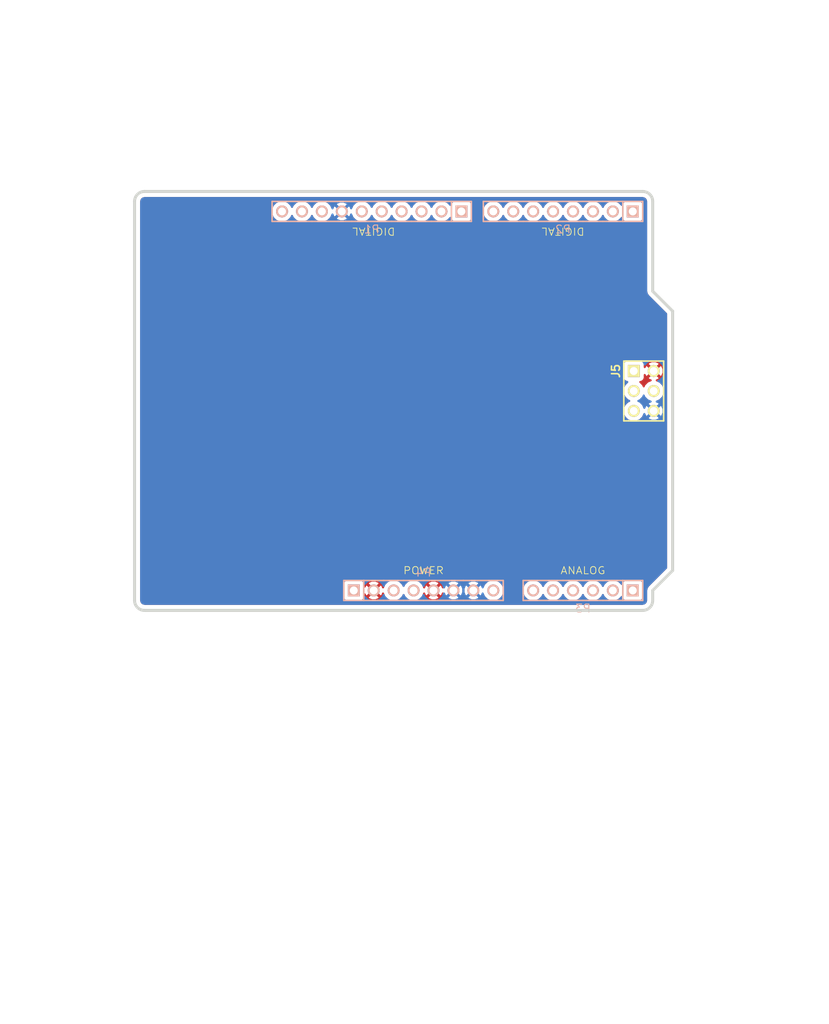
<source format=kicad_pcb>
(kicad_pcb (version 4) (host pcbnew "(after 2015-may-01 BZR unknown)-product")

  (general
    (links 11)
    (no_connects 6)
    (area 80.701968 42.21734 184.712429 170.9928)
    (thickness 1.6002)
    (drawings 28)
    (tracks 0)
    (zones 0)
    (modules 5)
    (nets 28)
  )

  (page A4)
  (title_block
    (date "16 feb 2013")
  )

  (layers
    (0 Front signal)
    (31 Back signal)
    (32 B.Adhes user)
    (33 F.Adhes user)
    (34 B.Paste user)
    (35 F.Paste user)
    (36 B.SilkS user)
    (37 F.SilkS user)
    (38 B.Mask user)
    (39 F.Mask user)
    (40 Dwgs.User user)
    (41 Cmts.User user)
    (42 Eco1.User user)
    (43 Eco2.User user)
    (44 Edge.Cuts user)
  )

  (setup
    (last_trace_width 0.2032)
    (trace_clearance 0.254)
    (zone_clearance 0.508)
    (zone_45_only no)
    (trace_min 0.2032)
    (segment_width 0.381)
    (edge_width 0.381)
    (via_size 0.889)
    (via_drill 0.635)
    (via_min_size 0.889)
    (via_min_drill 0.508)
    (uvia_size 0.508)
    (uvia_drill 0.127)
    (uvias_allowed no)
    (uvia_min_size 0.508)
    (uvia_min_drill 0.127)
    (pcb_text_width 0.3048)
    (pcb_text_size 1.524 2.032)
    (mod_edge_width 0.381)
    (mod_text_size 1.524 1.524)
    (mod_text_width 0.3048)
    (pad_size 1.524 1.524)
    (pad_drill 0.8128)
    (pad_to_mask_clearance 0.254)
    (aux_axis_origin 96.52 119.38)
    (grid_origin 96.52 119.38)
    (visible_elements 7FFFFFFF)
    (pcbplotparams
      (layerselection 0x00030_80000001)
      (usegerberextensions true)
      (excludeedgelayer true)
      (linewidth 0.150000)
      (plotframeref false)
      (viasonmask false)
      (mode 1)
      (useauxorigin false)
      (hpglpennumber 1)
      (hpglpenspeed 20)
      (hpglpendiameter 15)
      (hpglpenoverlay 0)
      (psnegative false)
      (psa4output false)
      (plotreference true)
      (plotvalue true)
      (plotinvisibletext false)
      (padsonsilk false)
      (subtractmaskfromsilk false)
      (outputformat 1)
      (mirror false)
      (drillshape 1)
      (scaleselection 1)
      (outputdirectory ""))
  )

  (net 0 "")
  (net 1 5V)
  (net 2 AD4/SDA)
  (net 3 AD5/SCL)
  (net 4 GND)
  (net 5 IO11/MOSI)
  (net 6 IO12/MISO)
  (net 7 IO13/SCK)
  (net 8 RESET)
  (net 9 IO10/SS)
  (net 10 IO9)
  (net 11 IO8)
  (net 12 AREF)
  (net 13 IO5)
  (net 14 IO3)
  (net 15 IO2)
  (net 16 IO1)
  (net 17 IO0)
  (net 18 IO6)
  (net 19 IO7)
  (net 20 IO4)
  (net 21 AD3)
  (net 22 AD2)
  (net 23 AD1)
  (net 24 AD0)
  (net 25 3.3V)
  (net 26 "Net-(P4-Pad1)")
  (net 27 VIN)

  (net_class Default "This is the default net class."
    (clearance 0.254)
    (trace_width 0.2032)
    (via_dia 0.889)
    (via_drill 0.635)
    (uvia_dia 0.508)
    (uvia_drill 0.127)
    (add_net 3.3V)
    (add_net 5V)
    (add_net AD0)
    (add_net AD1)
    (add_net AD2)
    (add_net AD3)
    (add_net AD4/SDA)
    (add_net AD5/SCL)
    (add_net AREF)
    (add_net GND)
    (add_net IO0)
    (add_net IO1)
    (add_net IO10/SS)
    (add_net IO11/MOSI)
    (add_net IO12/MISO)
    (add_net IO13/SCK)
    (add_net IO2)
    (add_net IO3)
    (add_net IO4)
    (add_net IO5)
    (add_net IO6)
    (add_net IO7)
    (add_net IO8)
    (add_net IO9)
    (add_net "Net-(P4-Pad1)")
    (add_net RESET)
    (add_net VIN)
  )

  (module Header:HEADER_F_100MIL_2R6P_ST_GOLD_PTH locked (layer Front) (tedit 510A1974) (tstamp 556FB6B6)
    (at 161.417 91.44 270)
    (descr "Double rangee de contacts 2 x 4 pins")
    (tags CONN)
    (path /556FBBA8)
    (fp_text reference J5 (at -2.54 3.556 270) (layer F.SilkS)
      (effects (font (size 1.016 1.016) (thickness 0.2032)))
    )
    (fp_text value HEADER_F_2.54MM_2R6P_ST_AU_PTH (at 0 3.81 270) (layer F.SilkS) hide
      (effects (font (size 1.016 1.016) (thickness 0.2032)))
    )
    (fp_line (start 3.81 2.54) (end -3.81 2.54) (layer F.SilkS) (width 0.2032))
    (fp_line (start -3.81 -2.54) (end 3.81 -2.54) (layer F.SilkS) (width 0.2032))
    (fp_line (start 3.81 -2.54) (end 3.81 2.54) (layer F.SilkS) (width 0.2032))
    (fp_line (start -3.81 2.54) (end -3.81 -2.54) (layer F.SilkS) (width 0.2032))
    (pad 1 thru_hole rect (at -2.54 1.27 270) (size 1.524 1.524) (drill 1.016) (layers *.Cu *.Mask F.SilkS)
      (net 6 IO12/MISO))
    (pad 2 thru_hole circle (at -2.54 -1.27 270) (size 1.524 1.524) (drill 1.016) (layers *.Cu *.Mask F.SilkS)
      (net 1 5V))
    (pad 3 thru_hole circle (at 0 1.27 270) (size 1.524 1.524) (drill 1.016) (layers *.Cu *.Mask F.SilkS)
      (net 7 IO13/SCK))
    (pad 4 thru_hole circle (at 0 -1.27 270) (size 1.524 1.524) (drill 1.016) (layers *.Cu *.Mask F.SilkS)
      (net 5 IO11/MOSI))
    (pad 5 thru_hole circle (at 2.54 1.27 270) (size 1.524 1.524) (drill 1.016) (layers *.Cu *.Mask F.SilkS)
      (net 8 RESET))
    (pad 6 thru_hole circle (at 2.54 -1.27 270) (size 1.524 1.524) (drill 1.016) (layers *.Cu *.Mask F.SilkS)
      (net 4 GND))
    (model C:\Engineering\KiCAD_Libraries\3D\Headers\HEADER_F_100MIL_2R6P_ST_GOLD_PTH.wrl
      (at (xyz 0 0 0))
      (scale (xyz 1 1 1))
      (rotate (xyz 0 0 0))
    )
  )

  (module Header:HEADER_M_2.54MM_1R10P_ST_AU_PTH locked (layer Back) (tedit 5483E596) (tstamp 556FB6C4)
    (at 126.746 68.58 180)
    (tags Header)
    (path /556FB6F8)
    (fp_text reference P1 (at 0 -2.286 180) (layer B.SilkS)
      (effects (font (size 1.016 1.016) (thickness 0.127)) (justify mirror))
    )
    (fp_text value HEADER_M_2.54MM_1R10P_ST_AU_PTH (at 0 2.159 180) (layer B.SilkS) hide
      (effects (font (size 1.016 1.016) (thickness 0.127)) (justify mirror))
    )
    (fp_line (start 7.62 -1.27) (end 12.7 -1.27) (layer B.SilkS) (width 0.2032))
    (fp_line (start 7.62 1.27) (end 12.7 1.27) (layer B.SilkS) (width 0.2032))
    (fp_line (start 2.54 -1.27) (end 7.62 -1.27) (layer B.SilkS) (width 0.2032))
    (fp_line (start 2.54 1.27) (end 7.62 1.27) (layer B.SilkS) (width 0.2032))
    (fp_line (start -2.54 -1.27) (end 2.54 -1.27) (layer B.SilkS) (width 0.2032))
    (fp_line (start -2.54 1.27) (end 2.54 1.27) (layer B.SilkS) (width 0.2032))
    (fp_line (start -5.08 1.27) (end -2.54 1.27) (layer B.SilkS) (width 0.2032))
    (fp_line (start -5.08 -1.27) (end -2.54 -1.27) (layer B.SilkS) (width 0.2032))
    (fp_line (start -7.62 -1.27) (end -5.08 -1.27) (layer B.SilkS) (width 0.2032))
    (fp_line (start -7.62 1.27) (end -5.08 1.27) (layer B.SilkS) (width 0.2032))
    (fp_line (start 12.7 1.27) (end 12.7 -1.27) (layer B.SilkS) (width 0.2032))
    (fp_line (start -10.16 1.27) (end -7.62 1.27) (layer B.SilkS) (width 0.2032))
    (fp_line (start -10.16 -1.27) (end -7.62 -1.27) (layer B.SilkS) (width 0.2032))
    (fp_line (start -12.7 -1.27) (end -10.16 -1.27) (layer B.SilkS) (width 0.2032))
    (fp_line (start -12.7 1.27) (end -10.16 1.27) (layer B.SilkS) (width 0.2032))
    (fp_line (start -12.7 -1.27) (end -12.7 1.27) (layer B.SilkS) (width 0.2032))
    (fp_line (start -10.16 1.27) (end -10.16 -1.27) (layer B.SilkS) (width 0.2032))
    (pad 6 thru_hole circle (at 1.27 0 180) (size 1.524 1.524) (drill 1.016) (layers *.Cu *.Mask B.SilkS)
      (net 7 IO13/SCK))
    (pad 4 thru_hole circle (at -3.81 0 180) (size 1.524 1.524) (drill 1.016) (layers *.Cu *.Mask B.SilkS)
      (net 5 IO11/MOSI))
    (pad 3 thru_hole circle (at -6.35 0 180) (size 1.524 1.524) (drill 1.016) (layers *.Cu *.Mask B.SilkS)
      (net 9 IO10/SS))
    (pad 2 thru_hole circle (at -8.89 0 180) (size 1.524 1.524) (drill 1.016) (layers *.Cu *.Mask B.SilkS)
      (net 10 IO9))
    (pad 1 thru_hole rect (at -11.43 0 180) (size 1.524 1.524) (drill 1.016) (layers *.Cu *.Mask B.SilkS)
      (net 11 IO8))
    (pad 7 thru_hole circle (at 3.81 0 180) (size 1.524 1.524) (drill 1.016) (layers *.Cu *.Mask B.SilkS)
      (net 4 GND))
    (pad 8 thru_hole circle (at 6.35 0 180) (size 1.524 1.524) (drill 1.016) (layers *.Cu *.Mask B.SilkS)
      (net 12 AREF))
    (pad 5 thru_hole circle (at -1.27 0 180) (size 1.524 1.524) (drill 1.016) (layers *.Cu *.Mask B.SilkS)
      (net 6 IO12/MISO))
    (pad 9 thru_hole circle (at 8.89 0 180) (size 1.524 1.524) (drill 1.016) (layers *.Cu *.Mask B.SilkS)
      (net 2 AD4/SDA))
    (pad 10 thru_hole circle (at 11.43 0 180) (size 1.524 1.524) (drill 1.016) (layers *.Cu *.Mask B.SilkS)
      (net 3 AD5/SCL))
    (model C:/Engineering/KiCAD_Libraries/3D/Headers/VRML/HEADER_M_2.54MM_1R10P_ST_AU_PTH.wrl
      (at (xyz 0 0 0))
      (scale (xyz 1 1 1))
      (rotate (xyz 0 0 0))
    )
  )

  (module Header:HEADER_M_2.54MM_1R8P_ST_AU_PTH locked (layer Back) (tedit 5483E539) (tstamp 556FB6D0)
    (at 151.13 68.58 180)
    (tags Header)
    (path /556FB83B)
    (fp_text reference P2 (at 0 -2.286 180) (layer B.SilkS)
      (effects (font (size 1.016 1.016) (thickness 0.127)) (justify mirror))
    )
    (fp_text value HEADER_M_2.54MM_1R8P_ST_AU_PTH (at 0 2.159 180) (layer B.SilkS) hide
      (effects (font (size 1.016 1.016) (thickness 0.127)) (justify mirror))
    )
    (fp_line (start 5.08 -1.27) (end 10.16 -1.27) (layer B.SilkS) (width 0.2032))
    (fp_line (start 5.08 1.27) (end 10.16 1.27) (layer B.SilkS) (width 0.2032))
    (fp_line (start 0 -1.27) (end 5.08 -1.27) (layer B.SilkS) (width 0.2032))
    (fp_line (start 0 1.27) (end 5.08 1.27) (layer B.SilkS) (width 0.2032))
    (fp_line (start -2.54 1.27) (end 0 1.27) (layer B.SilkS) (width 0.2032))
    (fp_line (start -2.54 -1.27) (end 0 -1.27) (layer B.SilkS) (width 0.2032))
    (fp_line (start -5.08 -1.27) (end -2.54 -1.27) (layer B.SilkS) (width 0.2032))
    (fp_line (start -5.08 1.27) (end -2.54 1.27) (layer B.SilkS) (width 0.2032))
    (fp_line (start 10.16 1.27) (end 10.16 -1.27) (layer B.SilkS) (width 0.2032))
    (fp_line (start -7.62 1.27) (end -5.08 1.27) (layer B.SilkS) (width 0.2032))
    (fp_line (start -7.62 -1.27) (end -5.08 -1.27) (layer B.SilkS) (width 0.2032))
    (fp_line (start -10.16 -1.27) (end -7.62 -1.27) (layer B.SilkS) (width 0.2032))
    (fp_line (start -10.16 1.27) (end -7.62 1.27) (layer B.SilkS) (width 0.2032))
    (fp_line (start -10.16 -1.27) (end -10.16 1.27) (layer B.SilkS) (width 0.2032))
    (fp_line (start -7.62 1.27) (end -7.62 -1.27) (layer B.SilkS) (width 0.2032))
    (pad 6 thru_hole circle (at 3.81 0 180) (size 1.524 1.524) (drill 1.016) (layers *.Cu *.Mask B.SilkS)
      (net 13 IO5))
    (pad 4 thru_hole circle (at -1.27 0 180) (size 1.524 1.524) (drill 1.016) (layers *.Cu *.Mask B.SilkS)
      (net 14 IO3))
    (pad 3 thru_hole circle (at -3.81 0 180) (size 1.524 1.524) (drill 1.016) (layers *.Cu *.Mask B.SilkS)
      (net 15 IO2))
    (pad 2 thru_hole circle (at -6.35 0 180) (size 1.524 1.524) (drill 1.016) (layers *.Cu *.Mask B.SilkS)
      (net 16 IO1))
    (pad 1 thru_hole rect (at -8.89 0 180) (size 1.524 1.524) (drill 1.016) (layers *.Cu *.Mask B.SilkS)
      (net 17 IO0))
    (pad 7 thru_hole circle (at 6.35 0 180) (size 1.524 1.524) (drill 1.016) (layers *.Cu *.Mask B.SilkS)
      (net 18 IO6))
    (pad 8 thru_hole circle (at 8.89 0 180) (size 1.524 1.524) (drill 1.016) (layers *.Cu *.Mask B.SilkS)
      (net 19 IO7))
    (pad 5 thru_hole circle (at 1.27 0 180) (size 1.524 1.524) (drill 1.016) (layers *.Cu *.Mask B.SilkS)
      (net 20 IO4))
    (model C:/Engineering/KiCAD_Libraries/3D/Headers/VRML/HEADER_M_2.54MM_1R8P_ST_AU_PTH.wrl
      (at (xyz 0 0 0))
      (scale (xyz 1 1 1))
      (rotate (xyz 0 0 0))
    )
  )

  (module Header:HEADER_M_2.54MM_1R6P_ST_AU_PTH locked (layer Back) (tedit 5483E4A9) (tstamp 556FB6DA)
    (at 153.67 116.84 180)
    (tags Header)
    (path /556FB60C)
    (fp_text reference P3 (at 0 -2.286 180) (layer B.SilkS)
      (effects (font (size 1.016 1.016) (thickness 0.127)) (justify mirror))
    )
    (fp_text value HEADER_M_2.54MM_1R6P_ST_AU_PTH (at 0 2.159 180) (layer B.SilkS) hide
      (effects (font (size 1.016 1.016) (thickness 0.127)) (justify mirror))
    )
    (fp_line (start 2.54 -1.27) (end 7.62 -1.27) (layer B.SilkS) (width 0.2032))
    (fp_line (start 2.54 1.27) (end 7.62 1.27) (layer B.SilkS) (width 0.2032))
    (fp_line (start 0 1.27) (end 2.54 1.27) (layer B.SilkS) (width 0.2032))
    (fp_line (start 0 -1.27) (end 2.54 -1.27) (layer B.SilkS) (width 0.2032))
    (fp_line (start -2.54 -1.27) (end 0 -1.27) (layer B.SilkS) (width 0.2032))
    (fp_line (start -2.54 1.27) (end 0 1.27) (layer B.SilkS) (width 0.2032))
    (fp_line (start 7.62 1.27) (end 7.62 -1.27) (layer B.SilkS) (width 0.2032))
    (fp_line (start -5.08 1.27) (end -2.54 1.27) (layer B.SilkS) (width 0.2032))
    (fp_line (start -5.08 -1.27) (end -2.54 -1.27) (layer B.SilkS) (width 0.2032))
    (fp_line (start -7.62 -1.27) (end -5.08 -1.27) (layer B.SilkS) (width 0.2032))
    (fp_line (start -7.62 1.27) (end -5.08 1.27) (layer B.SilkS) (width 0.2032))
    (fp_line (start -7.62 -1.27) (end -7.62 1.27) (layer B.SilkS) (width 0.2032))
    (fp_line (start -5.08 1.27) (end -5.08 -1.27) (layer B.SilkS) (width 0.2032))
    (pad 5 thru_hole circle (at 3.81 0 180) (size 1.524 1.524) (drill 1.016) (layers *.Cu *.Mask B.SilkS)
      (net 2 AD4/SDA))
    (pad 6 thru_hole circle (at 6.35 0 180) (size 1.524 1.524) (drill 1.016) (layers *.Cu *.Mask B.SilkS)
      (net 3 AD5/SCL))
    (pad 4 thru_hole circle (at 1.27 0 180) (size 1.524 1.524) (drill 1.016) (layers *.Cu *.Mask B.SilkS)
      (net 21 AD3))
    (pad 3 thru_hole circle (at -1.27 0 180) (size 1.524 1.524) (drill 1.016) (layers *.Cu *.Mask B.SilkS)
      (net 22 AD2))
    (pad 2 thru_hole circle (at -3.81 0 180) (size 1.524 1.524) (drill 1.016) (layers *.Cu *.Mask B.SilkS)
      (net 23 AD1))
    (pad 1 thru_hole rect (at -6.35 0 180) (size 1.524 1.524) (drill 1.016) (layers *.Cu *.Mask B.SilkS)
      (net 24 AD0))
    (model C:/Engineering/KiCAD_Libraries/3D/Headers/VRML/HEADER_M_2.54MM_1R6P_ST_AU_PTH.wrl
      (at (xyz 0 0 0))
      (scale (xyz 1 1 1))
      (rotate (xyz 0 0 0))
    )
  )

  (module Header:HEADER_M_2.54MM_1R8P_ST_AU_PTH locked (layer Back) (tedit 556FB711) (tstamp 556FB6E6)
    (at 133.35 116.84)
    (tags Header)
    (path /556FB3A9)
    (fp_text reference P4 (at 0 -2.286) (layer B.SilkS)
      (effects (font (size 1.016 1.016) (thickness 0.127)) (justify mirror))
    )
    (fp_text value HEADER_M_2.54MM_1R8P_ST_AU_PTH (at 0 2.159) (layer B.SilkS) hide
      (effects (font (size 1.016 1.016) (thickness 0.127)) (justify mirror))
    )
    (fp_line (start 5.08 -1.27) (end 10.16 -1.27) (layer B.SilkS) (width 0.2032))
    (fp_line (start 5.08 1.27) (end 10.16 1.27) (layer B.SilkS) (width 0.2032))
    (fp_line (start 0 -1.27) (end 5.08 -1.27) (layer B.SilkS) (width 0.2032))
    (fp_line (start 0 1.27) (end 5.08 1.27) (layer B.SilkS) (width 0.2032))
    (fp_line (start -2.54 1.27) (end 0 1.27) (layer B.SilkS) (width 0.2032))
    (fp_line (start -2.54 -1.27) (end 0 -1.27) (layer B.SilkS) (width 0.2032))
    (fp_line (start -5.08 -1.27) (end -2.54 -1.27) (layer B.SilkS) (width 0.2032))
    (fp_line (start -5.08 1.27) (end -2.54 1.27) (layer B.SilkS) (width 0.2032))
    (fp_line (start 10.16 1.27) (end 10.16 -1.27) (layer B.SilkS) (width 0.2032))
    (fp_line (start -7.62 1.27) (end -5.08 1.27) (layer B.SilkS) (width 0.2032))
    (fp_line (start -7.62 -1.27) (end -5.08 -1.27) (layer B.SilkS) (width 0.2032))
    (fp_line (start -10.16 -1.27) (end -7.62 -1.27) (layer B.SilkS) (width 0.2032))
    (fp_line (start -10.16 1.27) (end -7.62 1.27) (layer B.SilkS) (width 0.2032))
    (fp_line (start -10.16 -1.27) (end -10.16 1.27) (layer B.SilkS) (width 0.2032))
    (fp_line (start -7.62 1.27) (end -7.62 -1.27) (layer B.SilkS) (width 0.2032))
    (pad 6 thru_hole circle (at 3.81 0) (size 1.524 1.524) (drill 1.016) (layers *.Cu *.Mask B.SilkS)
      (net 4 GND))
    (pad 4 thru_hole circle (at -1.27 0) (size 1.524 1.524) (drill 1.016) (layers *.Cu *.Mask B.SilkS)
      (net 25 3.3V))
    (pad 3 thru_hole circle (at -3.81 0) (size 1.524 1.524) (drill 1.016) (layers *.Cu *.Mask B.SilkS)
      (net 8 RESET))
    (pad 2 thru_hole circle (at -6.35 0) (size 1.524 1.524) (drill 1.016) (layers *.Cu *.Mask B.SilkS)
      (net 1 5V))
    (pad 1 thru_hole rect (at -8.89 0) (size 1.524 1.524) (drill 1.016) (layers *.Cu *.Mask B.SilkS)
      (net 26 "Net-(P4-Pad1)"))
    (pad 7 thru_hole circle (at 6.35 0) (size 1.524 1.524) (drill 1.016) (layers *.Cu *.Mask B.SilkS)
      (net 4 GND))
    (pad 8 thru_hole circle (at 8.89 0) (size 1.524 1.524) (drill 1.016) (layers *.Cu *.Mask B.SilkS)
      (net 27 VIN))
    (pad 5 thru_hole circle (at 1.27 0) (size 1.524 1.524) (drill 1.016) (layers *.Cu *.Mask B.SilkS)
      (net 1 5V))
    (model C:/Engineering/KiCAD_Libraries/3D/Headers/VRML/HEADER_M_2.54MM_1R8P_ST_AU_PTH.wrl
      (at (xyz 0 0 0))
      (scale (xyz 1 1 1))
      (rotate (xyz 0 0 0))
    )
  )

  (dimension 22.86 (width 0.3048) (layer Dwgs.User)
    (gr_text "0.9000 \"" (at 170.53306 77.47 270) (layer Dwgs.User)
      (effects (font (size 2.032 1.524) (thickness 0.3048)))
    )
    (feature1 (pts (xy 160.147 88.9) (xy 172.15866 88.9)))
    (feature2 (pts (xy 160.147 66.04) (xy 172.15866 66.04)))
    (crossbar (pts (xy 168.90746 66.04) (xy 168.90746 88.9)))
    (arrow1a (pts (xy 168.90746 88.9) (xy 168.32326 87.77478)))
    (arrow1b (pts (xy 168.90746 88.9) (xy 169.49166 87.77478)))
    (arrow2a (pts (xy 168.90746 66.04) (xy 168.32326 67.16522)))
    (arrow2b (pts (xy 168.90746 66.04) (xy 169.49166 67.16522)))
  )
  (dimension 63.627 (width 0.3048) (layer Dwgs.User)
    (gr_text "2.5050 \"" (at 128.3335 82.7024) (layer Dwgs.User)
      (effects (font (size 2.032 1.524) (thickness 0.3048)))
    )
    (feature1 (pts (xy 96.52 88.9) (xy 96.52 81.0768)))
    (feature2 (pts (xy 160.147 88.9) (xy 160.147 81.0768)))
    (crossbar (pts (xy 160.147 84.328) (xy 96.52 84.328)))
    (arrow1a (pts (xy 96.52 84.328) (xy 97.64522 83.7438)))
    (arrow1b (pts (xy 96.52 84.328) (xy 97.64522 84.9122)))
    (arrow2a (pts (xy 160.147 84.328) (xy 159.02178 83.7438)))
    (arrow2b (pts (xy 160.147 84.328) (xy 159.02178 84.9122)))
  )
  (dimension 50.8 (width 0.3048) (layer Dwgs.User)
    (gr_text "2.0000 \"" (at 121.92 131.1656) (layer Dwgs.User)
      (effects (font (size 2.032 1.524) (thickness 0.3048)))
    )
    (feature1 (pts (xy 147.32 119.38) (xy 147.32 132.7912)))
    (feature2 (pts (xy 96.52 119.38) (xy 96.52 132.7912)))
    (crossbar (pts (xy 96.52 129.54) (xy 147.32 129.54)))
    (arrow1a (pts (xy 147.32 129.54) (xy 146.19478 130.1242)))
    (arrow1b (pts (xy 147.32 129.54) (xy 146.19478 128.9558)))
    (arrow2a (pts (xy 96.52 129.54) (xy 97.64522 130.1242)))
    (arrow2b (pts (xy 96.52 129.54) (xy 97.64522 128.9558)))
  )
  (dimension 27.94 (width 0.3048) (layer Dwgs.User)
    (gr_text "1.1000 \"" (at 110.49 126.0856) (layer Dwgs.User)
      (effects (font (size 2.032 1.524) (thickness 0.3048)))
    )
    (feature1 (pts (xy 124.46 119.38) (xy 124.46 127.7112)))
    (feature2 (pts (xy 96.52 119.38) (xy 96.52 127.7112)))
    (crossbar (pts (xy 96.52 124.46) (xy 124.46 124.46)))
    (arrow1a (pts (xy 124.46 124.46) (xy 123.33478 125.0442)))
    (arrow1b (pts (xy 124.46 124.46) (xy 123.33478 123.8758)))
    (arrow2a (pts (xy 96.52 124.46) (xy 97.64522 125.0442)))
    (arrow2b (pts (xy 96.52 124.46) (xy 97.64522 123.8758)))
  )
  (dimension 53.34 (width 0.3048) (layer Dwgs.User)
    (gr_text "2.1000 \"" (at 86.00694 92.71 270) (layer Dwgs.User)
      (effects (font (size 2.032 1.524) (thickness 0.3048)))
    )
    (feature1 (pts (xy 96.52 119.38) (xy 84.38134 119.38)))
    (feature2 (pts (xy 96.52 66.04) (xy 84.38134 66.04)))
    (crossbar (pts (xy 87.63254 66.04) (xy 87.63254 119.38)))
    (arrow1a (pts (xy 87.63254 119.38) (xy 87.04834 118.25478)))
    (arrow1b (pts (xy 87.63254 119.38) (xy 88.21674 118.25478)))
    (arrow2a (pts (xy 87.63254 66.04) (xy 87.04834 67.16522)))
    (arrow2b (pts (xy 87.63254 66.04) (xy 88.21674 67.16522)))
  )
  (dimension 48.26 (width 0.3048) (layer Dwgs.User)
    (gr_text "1.9000 \"" (at 91.34094 92.71 270) (layer Dwgs.User)
      (effects (font (size 2.032 1.524) (thickness 0.3048)))
    )
    (feature1 (pts (xy 115.316 116.84) (xy 89.71534 116.84)))
    (feature2 (pts (xy 115.316 68.58) (xy 89.71534 68.58)))
    (crossbar (pts (xy 92.96654 68.58) (xy 92.96654 116.84)))
    (arrow1a (pts (xy 92.96654 116.84) (xy 92.38234 115.71478)))
    (arrow1b (pts (xy 92.96654 116.84) (xy 93.55074 115.71478)))
    (arrow2a (pts (xy 92.96654 68.58) (xy 92.38234 69.70522)))
    (arrow2b (pts (xy 92.96654 68.58) (xy 93.55074 69.70522)))
  )
  (dimension 68.58 (width 0.3048) (layer Dwgs.User)
    (gr_text "2.7000 \"" (at 130.81 44.09694) (layer Dwgs.User)
      (effects (font (size 2.032 1.524) (thickness 0.3048)))
    )
    (feature1 (pts (xy 165.1 66.04) (xy 165.1 42.47134)))
    (feature2 (pts (xy 96.52 66.04) (xy 96.52 42.47134)))
    (crossbar (pts (xy 96.52 45.72254) (xy 165.1 45.72254)))
    (arrow1a (pts (xy 165.1 45.72254) (xy 163.97478 46.30674)))
    (arrow1b (pts (xy 165.1 45.72254) (xy 163.97478 45.13834)))
    (arrow2a (pts (xy 96.52 45.72254) (xy 97.64522 46.30674)))
    (arrow2b (pts (xy 96.52 45.72254) (xy 97.64522 45.13834)))
  )
  (dimension 66.04 (width 0.3048) (layer Dwgs.User)
    (gr_text "2.6000 \"" (at 129.54 49.17694) (layer Dwgs.User)
      (effects (font (size 2.032 1.524) (thickness 0.3048)))
    )
    (feature1 (pts (xy 162.56 66.04) (xy 162.56 47.55134)))
    (feature2 (pts (xy 96.52 66.04) (xy 96.52 47.55134)))
    (crossbar (pts (xy 96.52 50.80254) (xy 162.56 50.80254)))
    (arrow1a (pts (xy 162.56 50.80254) (xy 161.43478 51.38674)))
    (arrow1b (pts (xy 162.56 50.80254) (xy 161.43478 50.21834)))
    (arrow2a (pts (xy 96.52 50.80254) (xy 97.64522 51.38674)))
    (arrow2b (pts (xy 96.52 50.80254) (xy 97.64522 50.21834)))
  )
  (dimension 45.72 (width 0.3048) (layer Dwgs.User)
    (gr_text "1.8000 \"" (at 119.38 54.25694) (layer Dwgs.User)
      (effects (font (size 2.032 1.524) (thickness 0.3048)))
    )
    (feature1 (pts (xy 142.24 66.04) (xy 142.24 52.63134)))
    (feature2 (pts (xy 96.52 66.04) (xy 96.52 52.63134)))
    (crossbar (pts (xy 96.52 55.88254) (xy 142.24 55.88254)))
    (arrow1a (pts (xy 142.24 55.88254) (xy 141.11478 56.46674)))
    (arrow1b (pts (xy 142.24 55.88254) (xy 141.11478 55.29834)))
    (arrow2a (pts (xy 96.52 55.88254) (xy 97.64522 56.46674)))
    (arrow2b (pts (xy 96.52 55.88254) (xy 97.64522 55.29834)))
  )
  (dimension 18.796 (width 0.3048) (layer Dwgs.User)
    (gr_text "0.7400 \"" (at 105.918 59.33694) (layer Dwgs.User)
      (effects (font (size 2.032 1.524) (thickness 0.3048)))
    )
    (feature1 (pts (xy 115.316 66.04) (xy 115.316 57.71134)))
    (feature2 (pts (xy 96.52 66.04) (xy 96.52 57.71134)))
    (crossbar (pts (xy 96.52 60.96254) (xy 115.316 60.96254)))
    (arrow1a (pts (xy 115.316 60.96254) (xy 114.19078 61.54674)))
    (arrow1b (pts (xy 115.316 60.96254) (xy 114.19078 60.37834)))
    (arrow2a (pts (xy 96.52 60.96254) (xy 97.64522 61.54674)))
    (arrow2b (pts (xy 96.52 60.96254) (xy 97.64522 60.37834)))
  )
  (gr_arc (start 161.29 118.11) (end 162.56 118.11) (angle 90) (layer Edge.Cuts) (width 0.381))
  (gr_arc (start 161.29 67.31) (end 161.29 66.04) (angle 90) (layer Edge.Cuts) (width 0.381))
  (gr_line (start 162.56 116.84) (end 162.56 118.11) (angle 90) (layer Edge.Cuts) (width 0.381))
  (gr_line (start 165.1 114.3) (end 162.56 116.84) (angle 90) (layer Edge.Cuts) (width 0.381))
  (gr_line (start 165.1 81.28) (end 165.1 114.3) (angle 90) (layer Edge.Cuts) (width 0.381))
  (gr_line (start 162.56 78.74) (end 165.1 81.28) (angle 90) (layer Edge.Cuts) (width 0.381))
  (gr_line (start 162.56 67.31) (end 162.56 78.74) (angle 90) (layer Edge.Cuts) (width 0.381))
  (gr_text "Instructions:\n - The FIRST time read netlist is performed after schematic design, annotation, \n    netlist and CvPCB, ensure that you select KEEP modules.  Subsequent netlist \n    imports, however, should EXCHANGE modules and DELETE bad tracks when \n    there are any schematic changes.\n - Arduino pin header footprints are locked/glued and should not be moved.  \n\nToDo:\n - Include RST button and user button in std location\n\nNote:\n - Stackable Header Kit: https://www.sparkfun.com/products/10007" (at 87.63 152.4) (layer Cmts.User)
    (effects (font (size 2.032 1.524) (thickness 0.254)) (justify left))
  )
  (gr_text DIGITAL (at 151.13 71.12 180) (layer F.SilkS)
    (effects (font (size 0.9144 1.016) (thickness 0.1016)))
  )
  (gr_text DIGITAL (at 127 71.12 180) (layer F.SilkS)
    (effects (font (size 0.9144 1.016) (thickness 0.1016)))
  )
  (gr_text POWER (at 133.35 114.3) (layer F.SilkS)
    (effects (font (size 0.9144 1.016) (thickness 0.1016)))
  )
  (gr_text ANALOG (at 153.67 114.3) (layer F.SilkS)
    (effects (font (size 0.9144 1.016) (thickness 0.1016)))
  )
  (dimension 53.34 (width 0.3048) (layer Dwgs.User)
    (gr_text "2.1000 \"" (at 175.61306 92.71 270) (layer Dwgs.User)
      (effects (font (size 2.032 1.524) (thickness 0.3048)))
    )
    (feature1 (pts (xy 163.83 119.38) (xy 177.23866 119.38)))
    (feature2 (pts (xy 163.83 66.04) (xy 177.23866 66.04)))
    (crossbar (pts (xy 173.98746 66.04) (xy 173.98746 119.38)))
    (arrow1a (pts (xy 173.98746 119.38) (xy 173.40326 118.25478)))
    (arrow1b (pts (xy 173.98746 119.38) (xy 174.57166 118.25478)))
    (arrow2a (pts (xy 173.98746 66.04) (xy 173.40326 67.16522)))
    (arrow2b (pts (xy 173.98746 66.04) (xy 174.57166 67.16522)))
  )
  (gr_line (start 97.79 66.04) (end 161.29 66.04) (angle 90) (layer Edge.Cuts) (width 0.381))
  (gr_arc (start 97.79 67.31) (end 96.52 67.31) (angle 90) (layer Edge.Cuts) (width 0.381))
  (gr_line (start 96.52 118.11) (end 96.52 67.31) (angle 90) (layer Edge.Cuts) (width 0.381))
  (gr_arc (start 97.79 118.11) (end 97.79 119.38) (angle 90) (layer Edge.Cuts) (width 0.381))
  (gr_line (start 97.79 119.38) (end 161.29 119.38) (angle 90) (layer Edge.Cuts) (width 0.381))

  (zone (net 4) (net_name GND) (layer Back) (tstamp 511FB09C) (hatch edge 0.508)
    (connect_pads (clearance 0.508))
    (min_thickness 0.254)
    (fill (arc_segments 16) (thermal_gap 0.381) (thermal_bridge_width 0.381))
    (polygon
      (pts
        (xy 161.29 119.38) (xy 162.56 118.11) (xy 162.56 116.84) (xy 165.1 114.3) (xy 165.1 81.28)
        (xy 162.56 78.74) (xy 162.56 67.31) (xy 161.29 66.04) (xy 97.79 66.04) (xy 96.52 67.31)
        (xy 96.52 118.11) (xy 97.79 119.38)
      )
    )
    (filled_polygon
      (pts
        (xy 164.2745 113.9571) (xy 164.08146 114.15014) (xy 164.08146 91.71686) (xy 164.08146 91.16314) (xy 163.8681 90.65006)
        (xy 163.47694 90.2589) (xy 163.26104 90.17) (xy 163.47694 90.0811) (xy 163.8681 89.68994) (xy 164.08146 89.17686)
        (xy 164.08146 88.62314) (xy 163.8681 88.11006) (xy 163.47694 87.7189) (xy 162.96386 87.50554) (xy 162.41014 87.50554)
        (xy 161.89706 87.7189) (xy 161.54146 88.0745) (xy 161.54146 88.01354) (xy 161.44494 87.77986) (xy 161.41446 87.74938)
        (xy 161.41446 69.469) (xy 161.41446 69.21754) (xy 161.41446 67.69354) (xy 161.31794 67.45986) (xy 161.14014 67.28206)
        (xy 160.909 67.18554) (xy 160.65754 67.18554) (xy 159.13354 67.18554) (xy 158.89986 67.28206) (xy 158.72206 67.45986)
        (xy 158.62554 67.691) (xy 158.62554 67.7545) (xy 158.26994 67.3989) (xy 157.75686 67.18554) (xy 157.20314 67.18554)
        (xy 156.69006 67.3989) (xy 156.2989 67.79006) (xy 156.21 68.00342) (xy 156.1211 67.79006) (xy 155.72994 67.3989)
        (xy 155.21686 67.18554) (xy 154.66314 67.18554) (xy 154.15006 67.3989) (xy 153.7589 67.79006) (xy 153.67 68.00342)
        (xy 153.5811 67.79006) (xy 153.18994 67.3989) (xy 152.67686 67.18554) (xy 152.12314 67.18554) (xy 151.61006 67.3989)
        (xy 151.2189 67.79006) (xy 151.13 68.00342) (xy 151.0411 67.79006) (xy 150.64994 67.3989) (xy 150.13686 67.18554)
        (xy 149.58314 67.18554) (xy 149.07006 67.3989) (xy 148.6789 67.79006) (xy 148.59 68.00342) (xy 148.5011 67.79006)
        (xy 148.10994 67.3989) (xy 147.59686 67.18554) (xy 147.04314 67.18554) (xy 146.53006 67.3989) (xy 146.1389 67.79006)
        (xy 146.05 68.00342) (xy 145.9611 67.79006) (xy 145.56994 67.3989) (xy 145.05686 67.18554) (xy 144.50314 67.18554)
        (xy 143.99006 67.3989) (xy 143.5989 67.79006) (xy 143.51 68.00342) (xy 143.4211 67.79006) (xy 143.02994 67.3989)
        (xy 142.51686 67.18554) (xy 141.96314 67.18554) (xy 141.45006 67.3989) (xy 141.0589 67.79006) (xy 140.84554 68.30314)
        (xy 140.84554 68.85686) (xy 141.0589 69.36994) (xy 141.45006 69.7611) (xy 141.96314 69.97446) (xy 142.51686 69.97446)
        (xy 143.02994 69.7611) (xy 143.4211 69.36994) (xy 143.51 69.15404) (xy 143.5989 69.36994) (xy 143.99006 69.7611)
        (xy 144.50314 69.97446) (xy 145.05686 69.97446) (xy 145.56994 69.7611) (xy 145.9611 69.36994) (xy 146.05 69.15404)
        (xy 146.1389 69.36994) (xy 146.53006 69.7611) (xy 147.04314 69.97446) (xy 147.59686 69.97446) (xy 148.10994 69.7611)
        (xy 148.5011 69.36994) (xy 148.59 69.15404) (xy 148.6789 69.36994) (xy 149.07006 69.7611) (xy 149.58314 69.97446)
        (xy 150.13686 69.97446) (xy 150.64994 69.7611) (xy 151.0411 69.36994) (xy 151.13 69.15404) (xy 151.2189 69.36994)
        (xy 151.61006 69.7611) (xy 152.12314 69.97446) (xy 152.67686 69.97446) (xy 153.18994 69.7611) (xy 153.5811 69.36994)
        (xy 153.67 69.15404) (xy 153.7589 69.36994) (xy 154.15006 69.7611) (xy 154.66314 69.97446) (xy 155.21686 69.97446)
        (xy 155.72994 69.7611) (xy 156.1211 69.36994) (xy 156.21 69.15404) (xy 156.2989 69.36994) (xy 156.69006 69.7611)
        (xy 157.20314 69.97446) (xy 157.75686 69.97446) (xy 158.26994 69.7611) (xy 158.62554 69.4055) (xy 158.62554 69.46646)
        (xy 158.72206 69.70014) (xy 158.89986 69.87794) (xy 159.131 69.97446) (xy 159.38246 69.97446) (xy 160.90646 69.97446)
        (xy 161.14014 69.87794) (xy 161.31794 69.70014) (xy 161.41446 69.469) (xy 161.41446 87.74938) (xy 161.26714 87.60206)
        (xy 161.036 87.50554) (xy 160.78454 87.50554) (xy 159.26054 87.50554) (xy 159.02686 87.60206) (xy 158.84906 87.77986)
        (xy 158.75254 88.011) (xy 158.75254 88.26246) (xy 158.75254 89.78646) (xy 158.84906 90.02014) (xy 159.02686 90.19794)
        (xy 159.258 90.29446) (xy 159.3215 90.29446) (xy 158.9659 90.65006) (xy 158.75254 91.16314) (xy 158.75254 91.71686)
        (xy 158.9659 92.22994) (xy 159.35706 92.6211) (xy 159.57042 92.71) (xy 159.35706 92.7989) (xy 158.9659 93.19006)
        (xy 158.75254 93.70314) (xy 158.75254 94.25686) (xy 158.9659 94.76994) (xy 159.35706 95.1611) (xy 159.87014 95.37446)
        (xy 160.42386 95.37446) (xy 160.93694 95.1611) (xy 161.3281 94.76994) (xy 161.49574 94.36354) (xy 161.62274 94.67342)
        (xy 161.8361 94.742) (xy 162.5981 93.98) (xy 161.8361 93.218) (xy 161.62274 93.28658) (xy 161.49828 93.599)
        (xy 161.3281 93.19006) (xy 160.93694 92.7989) (xy 160.72104 92.71) (xy 160.93694 92.6211) (xy 161.3281 92.22994)
        (xy 161.417 92.01404) (xy 161.5059 92.22994) (xy 161.89706 92.6211) (xy 162.30092 92.78874) (xy 161.99358 92.91574)
        (xy 161.925 93.1291) (xy 162.687 93.8911) (xy 163.449 93.1291) (xy 163.38042 92.91574) (xy 163.06546 92.79128)
        (xy 163.47694 92.6211) (xy 163.8681 92.22994) (xy 164.08146 91.71686) (xy 164.08146 114.15014) (xy 163.93414 114.29746)
        (xy 163.93414 94.21368) (xy 163.92906 93.71838) (xy 163.75126 93.28658) (xy 163.5379 93.218) (xy 162.7759 93.98)
        (xy 163.5379 94.742) (xy 163.75126 94.67342) (xy 163.93414 94.21368) (xy 163.93414 114.29746) (xy 163.449 114.7826)
        (xy 163.449 94.8309) (xy 162.687 94.0689) (xy 161.925 94.8309) (xy 161.99358 95.04426) (xy 162.45332 95.22714)
        (xy 162.94862 95.22206) (xy 163.38042 95.04426) (xy 163.449 94.8309) (xy 163.449 114.7826) (xy 161.9758 116.2558)
        (xy 161.798 116.52504) (xy 161.7345 116.84) (xy 161.7345 118.02618) (xy 161.6837 118.27764) (xy 161.5948 118.40972)
        (xy 161.4551 118.5037) (xy 161.41446 118.51132) (xy 161.41446 117.729) (xy 161.41446 117.47754) (xy 161.41446 115.95354)
        (xy 161.31794 115.71986) (xy 161.14014 115.54206) (xy 160.909 115.44554) (xy 160.65754 115.44554) (xy 159.13354 115.44554)
        (xy 158.89986 115.54206) (xy 158.72206 115.71986) (xy 158.62554 115.951) (xy 158.62554 116.0145) (xy 158.26994 115.6589)
        (xy 157.75686 115.44554) (xy 157.20314 115.44554) (xy 156.69006 115.6589) (xy 156.2989 116.05006) (xy 156.21 116.26342)
        (xy 156.1211 116.05006) (xy 155.72994 115.6589) (xy 155.21686 115.44554) (xy 154.66314 115.44554) (xy 154.15006 115.6589)
        (xy 153.7589 116.05006) (xy 153.67 116.26342) (xy 153.5811 116.05006) (xy 153.18994 115.6589) (xy 152.67686 115.44554)
        (xy 152.12314 115.44554) (xy 151.61006 115.6589) (xy 151.2189 116.05006) (xy 151.13 116.26342) (xy 151.0411 116.05006)
        (xy 150.64994 115.6589) (xy 150.13686 115.44554) (xy 149.58314 115.44554) (xy 149.07006 115.6589) (xy 148.6789 116.05006)
        (xy 148.59 116.26342) (xy 148.5011 116.05006) (xy 148.10994 115.6589) (xy 147.59686 115.44554) (xy 147.04314 115.44554)
        (xy 146.53006 115.6589) (xy 146.1389 116.05006) (xy 145.92554 116.56314) (xy 145.92554 117.11686) (xy 146.1389 117.62994)
        (xy 146.53006 118.0211) (xy 147.04314 118.23446) (xy 147.59686 118.23446) (xy 148.10994 118.0211) (xy 148.5011 117.62994)
        (xy 148.59 117.41404) (xy 148.6789 117.62994) (xy 149.07006 118.0211) (xy 149.58314 118.23446) (xy 150.13686 118.23446)
        (xy 150.64994 118.0211) (xy 151.0411 117.62994) (xy 151.13 117.41404) (xy 151.2189 117.62994) (xy 151.61006 118.0211)
        (xy 152.12314 118.23446) (xy 152.67686 118.23446) (xy 153.18994 118.0211) (xy 153.5811 117.62994) (xy 153.67 117.41404)
        (xy 153.7589 117.62994) (xy 154.15006 118.0211) (xy 154.66314 118.23446) (xy 155.21686 118.23446) (xy 155.72994 118.0211)
        (xy 156.1211 117.62994) (xy 156.21 117.41404) (xy 156.2989 117.62994) (xy 156.69006 118.0211) (xy 157.20314 118.23446)
        (xy 157.75686 118.23446) (xy 158.26994 118.0211) (xy 158.62554 117.6655) (xy 158.62554 117.72646) (xy 158.72206 117.96014)
        (xy 158.89986 118.13794) (xy 159.131 118.23446) (xy 159.38246 118.23446) (xy 160.90646 118.23446) (xy 161.14014 118.13794)
        (xy 161.31794 117.96014) (xy 161.41446 117.729) (xy 161.41446 118.51132) (xy 161.20364 118.5545) (xy 143.63446 118.5545)
        (xy 143.63446 117.11686) (xy 143.63446 116.56314) (xy 143.4211 116.05006) (xy 143.02994 115.6589) (xy 142.51686 115.44554)
        (xy 141.96314 115.44554) (xy 141.45006 115.6589) (xy 141.0589 116.05006) (xy 140.88872 116.45392) (xy 140.76426 116.14658)
        (xy 140.5509 116.078) (xy 140.462 116.1669) (xy 140.462 115.9891) (xy 140.39342 115.77574) (xy 139.93368 115.59286)
        (xy 139.57046 115.5954) (xy 139.57046 69.469) (xy 139.57046 69.21754) (xy 139.57046 67.69354) (xy 139.47394 67.45986)
        (xy 139.29614 67.28206) (xy 139.065 67.18554) (xy 138.81354 67.18554) (xy 137.28954 67.18554) (xy 137.05586 67.28206)
        (xy 136.87806 67.45986) (xy 136.78154 67.691) (xy 136.78154 67.7545) (xy 136.42594 67.3989) (xy 135.91286 67.18554)
        (xy 135.35914 67.18554) (xy 134.84606 67.3989) (xy 134.4549 67.79006) (xy 134.366 68.00342) (xy 134.2771 67.79006)
        (xy 133.88594 67.3989) (xy 133.37286 67.18554) (xy 132.81914 67.18554) (xy 132.30606 67.3989) (xy 131.9149 67.79006)
        (xy 131.826 68.00342) (xy 131.7371 67.79006) (xy 131.34594 67.3989) (xy 130.83286 67.18554) (xy 130.27914 67.18554)
        (xy 129.76606 67.3989) (xy 129.3749 67.79006) (xy 129.286 68.00342) (xy 129.1971 67.79006) (xy 128.80594 67.3989)
        (xy 128.29286 67.18554) (xy 127.73914 67.18554) (xy 127.22606 67.3989) (xy 126.8349 67.79006) (xy 126.746 68.00342)
        (xy 126.6571 67.79006) (xy 126.26594 67.3989) (xy 125.75286 67.18554) (xy 125.19914 67.18554) (xy 124.68606 67.3989)
        (xy 124.2949 67.79006) (xy 124.12472 68.19392) (xy 124.00026 67.88658) (xy 123.7869 67.818) (xy 123.698 67.9069)
        (xy 123.698 67.7291) (xy 123.62942 67.51574) (xy 123.16968 67.33286) (xy 122.67438 67.33794) (xy 122.24258 67.51574)
        (xy 122.174 67.7291) (xy 122.936 68.4911) (xy 123.698 67.7291) (xy 123.698 67.9069) (xy 123.0249 68.58)
        (xy 123.7869 69.342) (xy 124.00026 69.27342) (xy 124.12218 68.95846) (xy 124.2949 69.36994) (xy 124.68606 69.7611)
        (xy 125.19914 69.97446) (xy 125.75286 69.97446) (xy 126.26594 69.7611) (xy 126.6571 69.36994) (xy 126.746 69.15404)
        (xy 126.8349 69.36994) (xy 127.22606 69.7611) (xy 127.73914 69.97446) (xy 128.29286 69.97446) (xy 128.80594 69.7611)
        (xy 129.1971 69.36994) (xy 129.286 69.15404) (xy 129.3749 69.36994) (xy 129.76606 69.7611) (xy 130.27914 69.97446)
        (xy 130.83286 69.97446) (xy 131.34594 69.7611) (xy 131.7371 69.36994) (xy 131.826 69.15404) (xy 131.9149 69.36994)
        (xy 132.30606 69.7611) (xy 132.81914 69.97446) (xy 133.37286 69.97446) (xy 133.88594 69.7611) (xy 134.2771 69.36994)
        (xy 134.366 69.15404) (xy 134.4549 69.36994) (xy 134.84606 69.7611) (xy 135.35914 69.97446) (xy 135.91286 69.97446)
        (xy 136.42594 69.7611) (xy 136.78154 69.4055) (xy 136.78154 69.46646) (xy 136.87806 69.70014) (xy 137.05586 69.87794)
        (xy 137.287 69.97446) (xy 137.53846 69.97446) (xy 139.06246 69.97446) (xy 139.29614 69.87794) (xy 139.47394 69.70014)
        (xy 139.57046 69.469) (xy 139.57046 115.5954) (xy 139.43838 115.59794) (xy 139.00658 115.77574) (xy 138.938 115.9891)
        (xy 139.7 116.7511) (xy 140.462 115.9891) (xy 140.462 116.1669) (xy 139.7889 116.84) (xy 140.5509 117.602)
        (xy 140.76426 117.53342) (xy 140.88618 117.21846) (xy 141.0589 117.62994) (xy 141.45006 118.0211) (xy 141.96314 118.23446)
        (xy 142.51686 118.23446) (xy 143.02994 118.0211) (xy 143.4211 117.62994) (xy 143.63446 117.11686) (xy 143.63446 118.5545)
        (xy 140.462 118.5545) (xy 140.462 117.6909) (xy 139.7 116.9289) (xy 139.6111 117.0178) (xy 139.6111 116.84)
        (xy 138.8491 116.078) (xy 138.63574 116.14658) (xy 138.45286 116.60632) (xy 138.45794 117.10162) (xy 138.63574 117.53342)
        (xy 138.8491 117.602) (xy 139.6111 116.84) (xy 139.6111 117.0178) (xy 138.938 117.6909) (xy 139.00658 117.90426)
        (xy 139.46632 118.08714) (xy 139.96162 118.08206) (xy 140.39342 117.90426) (xy 140.462 117.6909) (xy 140.462 118.5545)
        (xy 138.40714 118.5545) (xy 138.40714 117.07368) (xy 138.40206 116.57838) (xy 138.22426 116.14658) (xy 138.0109 116.078)
        (xy 137.922 116.1669) (xy 137.922 115.9891) (xy 137.85342 115.77574) (xy 137.39368 115.59286) (xy 136.89838 115.59794)
        (xy 136.46658 115.77574) (xy 136.398 115.9891) (xy 137.16 116.7511) (xy 137.922 115.9891) (xy 137.922 116.1669)
        (xy 137.2489 116.84) (xy 138.0109 117.602) (xy 138.22426 117.53342) (xy 138.40714 117.07368) (xy 138.40714 118.5545)
        (xy 137.922 118.5545) (xy 137.922 117.6909) (xy 137.16 116.9289) (xy 137.0711 117.0178) (xy 137.0711 116.84)
        (xy 136.3091 116.078) (xy 136.09574 116.14658) (xy 135.97128 116.459) (xy 135.8011 116.05006) (xy 135.40994 115.6589)
        (xy 134.89686 115.44554) (xy 134.34314 115.44554) (xy 133.83006 115.6589) (xy 133.4389 116.05006) (xy 133.35 116.26342)
        (xy 133.2611 116.05006) (xy 132.86994 115.6589) (xy 132.35686 115.44554) (xy 131.80314 115.44554) (xy 131.29006 115.6589)
        (xy 130.8989 116.05006) (xy 130.81 116.26342) (xy 130.7211 116.05006) (xy 130.32994 115.6589) (xy 129.81686 115.44554)
        (xy 129.26314 115.44554) (xy 128.75006 115.6589) (xy 128.3589 116.05006) (xy 128.27 116.26342) (xy 128.1811 116.05006)
        (xy 127.78994 115.6589) (xy 127.27686 115.44554) (xy 126.72314 115.44554) (xy 126.21006 115.6589) (xy 125.85446 116.0145)
        (xy 125.85446 115.95354) (xy 125.75794 115.71986) (xy 125.58014 115.54206) (xy 125.349 115.44554) (xy 125.09754 115.44554)
        (xy 123.698 115.44554) (xy 123.698 69.4309) (xy 122.936 68.6689) (xy 122.8471 68.7578) (xy 122.8471 68.58)
        (xy 122.0851 67.818) (xy 121.87174 67.88658) (xy 121.74728 68.199) (xy 121.5771 67.79006) (xy 121.18594 67.3989)
        (xy 120.67286 67.18554) (xy 120.11914 67.18554) (xy 119.60606 67.3989) (xy 119.2149 67.79006) (xy 119.126 68.00342)
        (xy 119.0371 67.79006) (xy 118.64594 67.3989) (xy 118.13286 67.18554) (xy 117.57914 67.18554) (xy 117.06606 67.3989)
        (xy 116.6749 67.79006) (xy 116.586 68.00342) (xy 116.4971 67.79006) (xy 116.10594 67.3989) (xy 115.59286 67.18554)
        (xy 115.03914 67.18554) (xy 114.52606 67.3989) (xy 114.1349 67.79006) (xy 113.92154 68.30314) (xy 113.92154 68.85686)
        (xy 114.1349 69.36994) (xy 114.52606 69.7611) (xy 115.03914 69.97446) (xy 115.59286 69.97446) (xy 116.10594 69.7611)
        (xy 116.4971 69.36994) (xy 116.586 69.15404) (xy 116.6749 69.36994) (xy 117.06606 69.7611) (xy 117.57914 69.97446)
        (xy 118.13286 69.97446) (xy 118.64594 69.7611) (xy 119.0371 69.36994) (xy 119.126 69.15404) (xy 119.2149 69.36994)
        (xy 119.60606 69.7611) (xy 120.11914 69.97446) (xy 120.67286 69.97446) (xy 121.18594 69.7611) (xy 121.5771 69.36994)
        (xy 121.74474 68.96354) (xy 121.87174 69.27342) (xy 122.0851 69.342) (xy 122.8471 68.58) (xy 122.8471 68.7578)
        (xy 122.174 69.4309) (xy 122.24258 69.64426) (xy 122.70232 69.82714) (xy 123.19762 69.82206) (xy 123.62942 69.64426)
        (xy 123.698 69.4309) (xy 123.698 115.44554) (xy 123.57354 115.44554) (xy 123.33986 115.54206) (xy 123.16206 115.71986)
        (xy 123.06554 115.951) (xy 123.06554 116.20246) (xy 123.06554 117.72646) (xy 123.16206 117.96014) (xy 123.33986 118.13794)
        (xy 123.571 118.23446) (xy 123.82246 118.23446) (xy 125.34646 118.23446) (xy 125.58014 118.13794) (xy 125.75794 117.96014)
        (xy 125.85446 117.729) (xy 125.85446 117.6655) (xy 126.21006 118.0211) (xy 126.72314 118.23446) (xy 127.27686 118.23446)
        (xy 127.78994 118.0211) (xy 128.1811 117.62994) (xy 128.27 117.41404) (xy 128.3589 117.62994) (xy 128.75006 118.0211)
        (xy 129.26314 118.23446) (xy 129.81686 118.23446) (xy 130.32994 118.0211) (xy 130.7211 117.62994) (xy 130.81 117.41404)
        (xy 130.8989 117.62994) (xy 131.29006 118.0211) (xy 131.80314 118.23446) (xy 132.35686 118.23446) (xy 132.86994 118.0211)
        (xy 133.2611 117.62994) (xy 133.35 117.41404) (xy 133.4389 117.62994) (xy 133.83006 118.0211) (xy 134.34314 118.23446)
        (xy 134.89686 118.23446) (xy 135.40994 118.0211) (xy 135.8011 117.62994) (xy 135.96874 117.22354) (xy 136.09574 117.53342)
        (xy 136.3091 117.602) (xy 137.0711 116.84) (xy 137.0711 117.0178) (xy 136.398 117.6909) (xy 136.46658 117.90426)
        (xy 136.92632 118.08714) (xy 137.42162 118.08206) (xy 137.85342 117.90426) (xy 137.922 117.6909) (xy 137.922 118.5545)
        (xy 97.87382 118.5545) (xy 97.61982 118.5037) (xy 97.48774 118.4148) (xy 97.39376 118.2751) (xy 97.3455 118.02364)
        (xy 97.3455 67.39382) (xy 97.39376 67.14236) (xy 97.48774 67.00266) (xy 97.61982 66.91376) (xy 97.87382 66.8655)
        (xy 161.20364 66.8655) (xy 161.4551 66.91376) (xy 161.5948 67.00774) (xy 161.6837 67.13982) (xy 161.7345 67.39382)
        (xy 161.7345 78.74) (xy 161.798 79.05496) (xy 161.9758 79.3242) (xy 164.2745 81.6229) (xy 164.2745 113.9571)
      )
    )
  )
  (zone (net 1) (net_name 5V) (layer Front) (tstamp 511FB0C6) (hatch edge 0.508)
    (connect_pads (clearance 0.508))
    (min_thickness 0.254)
    (fill (arc_segments 16) (thermal_gap 0.381) (thermal_bridge_width 0.381))
    (polygon
      (pts
        (xy 161.29 119.38) (xy 162.56 118.11) (xy 162.56 116.84) (xy 165.1 114.3) (xy 165.1 81.28)
        (xy 162.56 78.74) (xy 162.56 67.31) (xy 161.29 66.04) (xy 97.79 66.04) (xy 96.52 67.31)
        (xy 96.52 118.11) (xy 97.79 119.38)
      )
    )
    (filled_polygon
      (pts
        (xy 164.2745 113.9571) (xy 164.08146 114.15014) (xy 164.08146 94.25686) (xy 164.08146 93.70314) (xy 163.8681 93.19006)
        (xy 163.47694 92.7989) (xy 163.26104 92.71) (xy 163.47694 92.6211) (xy 163.8681 92.22994) (xy 164.08146 91.71686)
        (xy 164.08146 91.16314) (xy 163.93414 90.80754) (xy 163.93414 89.13368) (xy 163.92906 88.63838) (xy 163.75126 88.20658)
        (xy 163.5379 88.138) (xy 163.449 88.2269) (xy 163.449 88.0491) (xy 163.38042 87.83574) (xy 162.92068 87.65286)
        (xy 162.42538 87.65794) (xy 161.99358 87.83574) (xy 161.925 88.0491) (xy 162.687 88.8111) (xy 163.449 88.0491)
        (xy 163.449 88.2269) (xy 162.7759 88.9) (xy 163.5379 89.662) (xy 163.75126 89.59342) (xy 163.93414 89.13368)
        (xy 163.93414 90.80754) (xy 163.8681 90.65006) (xy 163.47694 90.2589) (xy 163.07054 90.08872) (xy 163.38042 89.96426)
        (xy 163.449 89.7509) (xy 162.687 88.9889) (xy 161.925 89.7509) (xy 161.99358 89.96426) (xy 162.306 90.08618)
        (xy 161.89706 90.2589) (xy 161.5059 90.65006) (xy 161.417 90.86342) (xy 161.3281 90.65006) (xy 160.9725 90.29446)
        (xy 161.03346 90.29446) (xy 161.26714 90.19794) (xy 161.44494 90.02014) (xy 161.54146 89.789) (xy 161.54146 89.53754)
        (xy 161.54146 89.3953) (xy 161.62274 89.59342) (xy 161.8361 89.662) (xy 162.5981 88.9) (xy 161.8361 88.138)
        (xy 161.62274 88.20658) (xy 161.54146 88.40978) (xy 161.54146 88.01354) (xy 161.44494 87.77986) (xy 161.41446 87.74938)
        (xy 161.41446 69.469) (xy 161.41446 69.21754) (xy 161.41446 67.69354) (xy 161.31794 67.45986) (xy 161.14014 67.28206)
        (xy 160.909 67.18554) (xy 160.65754 67.18554) (xy 159.13354 67.18554) (xy 158.89986 67.28206) (xy 158.72206 67.45986)
        (xy 158.62554 67.691) (xy 158.62554 67.7545) (xy 158.26994 67.3989) (xy 157.75686 67.18554) (xy 157.20314 67.18554)
        (xy 156.69006 67.3989) (xy 156.2989 67.79006) (xy 156.21 68.00342) (xy 156.1211 67.79006) (xy 155.72994 67.3989)
        (xy 155.21686 67.18554) (xy 154.66314 67.18554) (xy 154.15006 67.3989) (xy 153.7589 67.79006) (xy 153.67 68.00342)
        (xy 153.5811 67.79006) (xy 153.18994 67.3989) (xy 152.67686 67.18554) (xy 152.12314 67.18554) (xy 151.61006 67.3989)
        (xy 151.2189 67.79006) (xy 151.13 68.00342) (xy 151.0411 67.79006) (xy 150.64994 67.3989) (xy 150.13686 67.18554)
        (xy 149.58314 67.18554) (xy 149.07006 67.3989) (xy 148.6789 67.79006) (xy 148.59 68.00342) (xy 148.5011 67.79006)
        (xy 148.10994 67.3989) (xy 147.59686 67.18554) (xy 147.04314 67.18554) (xy 146.53006 67.3989) (xy 146.1389 67.79006)
        (xy 146.05 68.00342) (xy 145.9611 67.79006) (xy 145.56994 67.3989) (xy 145.05686 67.18554) (xy 144.50314 67.18554)
        (xy 143.99006 67.3989) (xy 143.5989 67.79006) (xy 143.51 68.00342) (xy 143.4211 67.79006) (xy 143.02994 67.3989)
        (xy 142.51686 67.18554) (xy 141.96314 67.18554) (xy 141.45006 67.3989) (xy 141.0589 67.79006) (xy 140.84554 68.30314)
        (xy 140.84554 68.85686) (xy 141.0589 69.36994) (xy 141.45006 69.7611) (xy 141.96314 69.97446) (xy 142.51686 69.97446)
        (xy 143.02994 69.7611) (xy 143.4211 69.36994) (xy 143.51 69.15404) (xy 143.5989 69.36994) (xy 143.99006 69.7611)
        (xy 144.50314 69.97446) (xy 145.05686 69.97446) (xy 145.56994 69.7611) (xy 145.9611 69.36994) (xy 146.05 69.15404)
        (xy 146.1389 69.36994) (xy 146.53006 69.7611) (xy 147.04314 69.97446) (xy 147.59686 69.97446) (xy 148.10994 69.7611)
        (xy 148.5011 69.36994) (xy 148.59 69.15404) (xy 148.6789 69.36994) (xy 149.07006 69.7611) (xy 149.58314 69.97446)
        (xy 150.13686 69.97446) (xy 150.64994 69.7611) (xy 151.0411 69.36994) (xy 151.13 69.15404) (xy 151.2189 69.36994)
        (xy 151.61006 69.7611) (xy 152.12314 69.97446) (xy 152.67686 69.97446) (xy 153.18994 69.7611) (xy 153.5811 69.36994)
        (xy 153.67 69.15404) (xy 153.7589 69.36994) (xy 154.15006 69.7611) (xy 154.66314 69.97446) (xy 155.21686 69.97446)
        (xy 155.72994 69.7611) (xy 156.1211 69.36994) (xy 156.21 69.15404) (xy 156.2989 69.36994) (xy 156.69006 69.7611)
        (xy 157.20314 69.97446) (xy 157.75686 69.97446) (xy 158.26994 69.7611) (xy 158.62554 69.4055) (xy 158.62554 69.46646)
        (xy 158.72206 69.70014) (xy 158.89986 69.87794) (xy 159.131 69.97446) (xy 159.38246 69.97446) (xy 160.90646 69.97446)
        (xy 161.14014 69.87794) (xy 161.31794 69.70014) (xy 161.41446 69.469) (xy 161.41446 87.74938) (xy 161.26714 87.60206)
        (xy 161.036 87.50554) (xy 160.78454 87.50554) (xy 159.26054 87.50554) (xy 159.02686 87.60206) (xy 158.84906 87.77986)
        (xy 158.75254 88.011) (xy 158.75254 88.26246) (xy 158.75254 89.78646) (xy 158.84906 90.02014) (xy 159.02686 90.19794)
        (xy 159.258 90.29446) (xy 159.3215 90.29446) (xy 158.9659 90.65006) (xy 158.75254 91.16314) (xy 158.75254 91.71686)
        (xy 158.9659 92.22994) (xy 159.35706 92.6211) (xy 159.57042 92.71) (xy 159.35706 92.7989) (xy 158.9659 93.19006)
        (xy 158.75254 93.70314) (xy 158.75254 94.25686) (xy 158.9659 94.76994) (xy 159.35706 95.1611) (xy 159.87014 95.37446)
        (xy 160.42386 95.37446) (xy 160.93694 95.1611) (xy 161.3281 94.76994) (xy 161.417 94.55404) (xy 161.5059 94.76994)
        (xy 161.89706 95.1611) (xy 162.41014 95.37446) (xy 162.96386 95.37446) (xy 163.47694 95.1611) (xy 163.8681 94.76994)
        (xy 164.08146 94.25686) (xy 164.08146 114.15014) (xy 161.9758 116.2558) (xy 161.798 116.52504) (xy 161.7345 116.84)
        (xy 161.7345 118.02618) (xy 161.6837 118.27764) (xy 161.5948 118.40972) (xy 161.4551 118.5037) (xy 161.41446 118.51132)
        (xy 161.41446 117.729) (xy 161.41446 117.47754) (xy 161.41446 115.95354) (xy 161.31794 115.71986) (xy 161.14014 115.54206)
        (xy 160.909 115.44554) (xy 160.65754 115.44554) (xy 159.13354 115.44554) (xy 158.89986 115.54206) (xy 158.72206 115.71986)
        (xy 158.62554 115.951) (xy 158.62554 116.0145) (xy 158.26994 115.6589) (xy 157.75686 115.44554) (xy 157.20314 115.44554)
        (xy 156.69006 115.6589) (xy 156.2989 116.05006) (xy 156.21 116.26342) (xy 156.1211 116.05006) (xy 155.72994 115.6589)
        (xy 155.21686 115.44554) (xy 154.66314 115.44554) (xy 154.15006 115.6589) (xy 153.7589 116.05006) (xy 153.67 116.26342)
        (xy 153.5811 116.05006) (xy 153.18994 115.6589) (xy 152.67686 115.44554) (xy 152.12314 115.44554) (xy 151.61006 115.6589)
        (xy 151.2189 116.05006) (xy 151.13 116.26342) (xy 151.0411 116.05006) (xy 150.64994 115.6589) (xy 150.13686 115.44554)
        (xy 149.58314 115.44554) (xy 149.07006 115.6589) (xy 148.6789 116.05006) (xy 148.59 116.26342) (xy 148.5011 116.05006)
        (xy 148.10994 115.6589) (xy 147.59686 115.44554) (xy 147.04314 115.44554) (xy 146.53006 115.6589) (xy 146.1389 116.05006)
        (xy 145.92554 116.56314) (xy 145.92554 117.11686) (xy 146.1389 117.62994) (xy 146.53006 118.0211) (xy 147.04314 118.23446)
        (xy 147.59686 118.23446) (xy 148.10994 118.0211) (xy 148.5011 117.62994) (xy 148.59 117.41404) (xy 148.6789 117.62994)
        (xy 149.07006 118.0211) (xy 149.58314 118.23446) (xy 150.13686 118.23446) (xy 150.64994 118.0211) (xy 151.0411 117.62994)
        (xy 151.13 117.41404) (xy 151.2189 117.62994) (xy 151.61006 118.0211) (xy 152.12314 118.23446) (xy 152.67686 118.23446)
        (xy 153.18994 118.0211) (xy 153.5811 117.62994) (xy 153.67 117.41404) (xy 153.7589 117.62994) (xy 154.15006 118.0211)
        (xy 154.66314 118.23446) (xy 155.21686 118.23446) (xy 155.72994 118.0211) (xy 156.1211 117.62994) (xy 156.21 117.41404)
        (xy 156.2989 117.62994) (xy 156.69006 118.0211) (xy 157.20314 118.23446) (xy 157.75686 118.23446) (xy 158.26994 118.0211)
        (xy 158.62554 117.6655) (xy 158.62554 117.72646) (xy 158.72206 117.96014) (xy 158.89986 118.13794) (xy 159.131 118.23446)
        (xy 159.38246 118.23446) (xy 160.90646 118.23446) (xy 161.14014 118.13794) (xy 161.31794 117.96014) (xy 161.41446 117.729)
        (xy 161.41446 118.51132) (xy 161.20364 118.5545) (xy 143.63446 118.5545) (xy 143.63446 117.11686) (xy 143.63446 116.56314)
        (xy 143.4211 116.05006) (xy 143.02994 115.6589) (xy 142.51686 115.44554) (xy 141.96314 115.44554) (xy 141.45006 115.6589)
        (xy 141.0589 116.05006) (xy 140.97 116.26342) (xy 140.8811 116.05006) (xy 140.48994 115.6589) (xy 139.97686 115.44554)
        (xy 139.57046 115.44554) (xy 139.57046 69.469) (xy 139.57046 69.21754) (xy 139.57046 67.69354) (xy 139.47394 67.45986)
        (xy 139.29614 67.28206) (xy 139.065 67.18554) (xy 138.81354 67.18554) (xy 137.28954 67.18554) (xy 137.05586 67.28206)
        (xy 136.87806 67.45986) (xy 136.78154 67.691) (xy 136.78154 67.7545) (xy 136.42594 67.3989) (xy 135.91286 67.18554)
        (xy 135.35914 67.18554) (xy 134.84606 67.3989) (xy 134.4549 67.79006) (xy 134.366 68.00342) (xy 134.2771 67.79006)
        (xy 133.88594 67.3989) (xy 133.37286 67.18554) (xy 132.81914 67.18554) (xy 132.30606 67.3989) (xy 131.9149 67.79006)
        (xy 131.826 68.00342) (xy 131.7371 67.79006) (xy 131.34594 67.3989) (xy 130.83286 67.18554) (xy 130.27914 67.18554)
        (xy 129.76606 67.3989) (xy 129.3749 67.79006) (xy 129.286 68.00342) (xy 129.1971 67.79006) (xy 128.80594 67.3989)
        (xy 128.29286 67.18554) (xy 127.73914 67.18554) (xy 127.22606 67.3989) (xy 126.8349 67.79006) (xy 126.746 68.00342)
        (xy 126.6571 67.79006) (xy 126.26594 67.3989) (xy 125.75286 67.18554) (xy 125.19914 67.18554) (xy 124.68606 67.3989)
        (xy 124.2949 67.79006) (xy 124.206 68.00342) (xy 124.1171 67.79006) (xy 123.72594 67.3989) (xy 123.21286 67.18554)
        (xy 122.65914 67.18554) (xy 122.14606 67.3989) (xy 121.7549 67.79006) (xy 121.666 68.00342) (xy 121.5771 67.79006)
        (xy 121.18594 67.3989) (xy 120.67286 67.18554) (xy 120.11914 67.18554) (xy 119.60606 67.3989) (xy 119.2149 67.79006)
        (xy 119.126 68.00342) (xy 119.0371 67.79006) (xy 118.64594 67.3989) (xy 118.13286 67.18554) (xy 117.57914 67.18554)
        (xy 117.06606 67.3989) (xy 116.6749 67.79006) (xy 116.586 68.00342) (xy 116.4971 67.79006) (xy 116.10594 67.3989)
        (xy 115.59286 67.18554) (xy 115.03914 67.18554) (xy 114.52606 67.3989) (xy 114.1349 67.79006) (xy 113.92154 68.30314)
        (xy 113.92154 68.85686) (xy 114.1349 69.36994) (xy 114.52606 69.7611) (xy 115.03914 69.97446) (xy 115.59286 69.97446)
        (xy 116.10594 69.7611) (xy 116.4971 69.36994) (xy 116.586 69.15404) (xy 116.6749 69.36994) (xy 117.06606 69.7611)
        (xy 117.57914 69.97446) (xy 118.13286 69.97446) (xy 118.64594 69.7611) (xy 119.0371 69.36994) (xy 119.126 69.15404)
        (xy 119.2149 69.36994) (xy 119.60606 69.7611) (xy 120.11914 69.97446) (xy 120.67286 69.97446) (xy 121.18594 69.7611)
        (xy 121.5771 69.36994) (xy 121.666 69.15404) (xy 121.7549 69.36994) (xy 122.14606 69.7611) (xy 122.65914 69.97446)
        (xy 123.21286 69.97446) (xy 123.72594 69.7611) (xy 124.1171 69.36994) (xy 124.206 69.15404) (xy 124.2949 69.36994)
        (xy 124.68606 69.7611) (xy 125.19914 69.97446) (xy 125.75286 69.97446) (xy 126.26594 69.7611) (xy 126.6571 69.36994)
        (xy 126.746 69.15404) (xy 126.8349 69.36994) (xy 127.22606 69.7611) (xy 127.73914 69.97446) (xy 128.29286 69.97446)
        (xy 128.80594 69.7611) (xy 129.1971 69.36994) (xy 129.286 69.15404) (xy 129.3749 69.36994) (xy 129.76606 69.7611)
        (xy 130.27914 69.97446) (xy 130.83286 69.97446) (xy 131.34594 69.7611) (xy 131.7371 69.36994) (xy 131.826 69.15404)
        (xy 131.9149 69.36994) (xy 132.30606 69.7611) (xy 132.81914 69.97446) (xy 133.37286 69.97446) (xy 133.88594 69.7611)
        (xy 134.2771 69.36994) (xy 134.366 69.15404) (xy 134.4549 69.36994) (xy 134.84606 69.7611) (xy 135.35914 69.97446)
        (xy 135.91286 69.97446) (xy 136.42594 69.7611) (xy 136.78154 69.4055) (xy 136.78154 69.46646) (xy 136.87806 69.70014)
        (xy 137.05586 69.87794) (xy 137.287 69.97446) (xy 137.53846 69.97446) (xy 139.06246 69.97446) (xy 139.29614 69.87794)
        (xy 139.47394 69.70014) (xy 139.57046 69.469) (xy 139.57046 115.44554) (xy 139.42314 115.44554) (xy 138.91006 115.6589)
        (xy 138.5189 116.05006) (xy 138.43 116.26342) (xy 138.3411 116.05006) (xy 137.94994 115.6589) (xy 137.43686 115.44554)
        (xy 136.88314 115.44554) (xy 136.37006 115.6589) (xy 135.9789 116.05006) (xy 135.80872 116.45392) (xy 135.68426 116.14658)
        (xy 135.4709 116.078) (xy 135.382 116.1669) (xy 135.382 115.9891) (xy 135.31342 115.77574) (xy 134.85368 115.59286)
        (xy 134.35838 115.59794) (xy 133.92658 115.77574) (xy 133.858 115.9891) (xy 134.62 116.7511) (xy 135.382 115.9891)
        (xy 135.382 116.1669) (xy 134.7089 116.84) (xy 135.4709 117.602) (xy 135.68426 117.53342) (xy 135.80618 117.21846)
        (xy 135.9789 117.62994) (xy 136.37006 118.0211) (xy 136.88314 118.23446) (xy 137.43686 118.23446) (xy 137.94994 118.0211)
        (xy 138.3411 117.62994) (xy 138.43 117.41404) (xy 138.5189 117.62994) (xy 138.91006 118.0211) (xy 139.42314 118.23446)
        (xy 139.97686 118.23446) (xy 140.48994 118.0211) (xy 140.8811 117.62994) (xy 140.97 117.41404) (xy 141.0589 117.62994)
        (xy 141.45006 118.0211) (xy 141.96314 118.23446) (xy 142.51686 118.23446) (xy 143.02994 118.0211) (xy 143.4211 117.62994)
        (xy 143.63446 117.11686) (xy 143.63446 118.5545) (xy 135.382 118.5545) (xy 135.382 117.6909) (xy 134.62 116.9289)
        (xy 134.5311 117.0178) (xy 134.5311 116.84) (xy 133.7691 116.078) (xy 133.55574 116.14658) (xy 133.43128 116.459)
        (xy 133.2611 116.05006) (xy 132.86994 115.6589) (xy 132.35686 115.44554) (xy 131.80314 115.44554) (xy 131.29006 115.6589)
        (xy 130.8989 116.05006) (xy 130.81 116.26342) (xy 130.7211 116.05006) (xy 130.32994 115.6589) (xy 129.81686 115.44554)
        (xy 129.26314 115.44554) (xy 128.75006 115.6589) (xy 128.3589 116.05006) (xy 128.18872 116.45392) (xy 128.06426 116.14658)
        (xy 127.8509 116.078) (xy 127.762 116.1669) (xy 127.762 115.9891) (xy 127.69342 115.77574) (xy 127.23368 115.59286)
        (xy 126.73838 115.59794) (xy 126.30658 115.77574) (xy 126.238 115.9891) (xy 127 116.7511) (xy 127.762 115.9891)
        (xy 127.762 116.1669) (xy 127.0889 116.84) (xy 127.8509 117.602) (xy 128.06426 117.53342) (xy 128.18618 117.21846)
        (xy 128.3589 117.62994) (xy 128.75006 118.0211) (xy 129.26314 118.23446) (xy 129.81686 118.23446) (xy 130.32994 118.0211)
        (xy 130.7211 117.62994) (xy 130.81 117.41404) (xy 130.8989 117.62994) (xy 131.29006 118.0211) (xy 131.80314 118.23446)
        (xy 132.35686 118.23446) (xy 132.86994 118.0211) (xy 133.2611 117.62994) (xy 133.42874 117.22354) (xy 133.55574 117.53342)
        (xy 133.7691 117.602) (xy 134.5311 116.84) (xy 134.5311 117.0178) (xy 133.858 117.6909) (xy 133.92658 117.90426)
        (xy 134.38632 118.08714) (xy 134.88162 118.08206) (xy 135.31342 117.90426) (xy 135.382 117.6909) (xy 135.382 118.5545)
        (xy 127.762 118.5545) (xy 127.762 117.6909) (xy 127 116.9289) (xy 126.9111 117.0178) (xy 126.9111 116.84)
        (xy 126.1491 116.078) (xy 125.93574 116.14658) (xy 125.85446 116.34978) (xy 125.85446 115.95354) (xy 125.75794 115.71986)
        (xy 125.58014 115.54206) (xy 125.349 115.44554) (xy 125.09754 115.44554) (xy 123.57354 115.44554) (xy 123.33986 115.54206)
        (xy 123.16206 115.71986) (xy 123.06554 115.951) (xy 123.06554 116.20246) (xy 123.06554 117.72646) (xy 123.16206 117.96014)
        (xy 123.33986 118.13794) (xy 123.571 118.23446) (xy 123.82246 118.23446) (xy 125.34646 118.23446) (xy 125.58014 118.13794)
        (xy 125.75794 117.96014) (xy 125.85446 117.729) (xy 125.85446 117.47754) (xy 125.85446 117.3353) (xy 125.93574 117.53342)
        (xy 126.1491 117.602) (xy 126.9111 116.84) (xy 126.9111 117.0178) (xy 126.238 117.6909) (xy 126.30658 117.90426)
        (xy 126.76632 118.08714) (xy 127.26162 118.08206) (xy 127.69342 117.90426) (xy 127.762 117.6909) (xy 127.762 118.5545)
        (xy 97.87382 118.5545) (xy 97.61982 118.5037) (xy 97.48774 118.4148) (xy 97.39376 118.2751) (xy 97.3455 118.02364)
        (xy 97.3455 67.39382) (xy 97.39376 67.14236) (xy 97.48774 67.00266) (xy 97.61982 66.91376) (xy 97.87382 66.8655)
        (xy 161.20364 66.8655) (xy 161.4551 66.91376) (xy 161.5948 67.00774) (xy 161.6837 67.13982) (xy 161.7345 67.39382)
        (xy 161.7345 78.74) (xy 161.798 79.05496) (xy 161.9758 79.3242) (xy 164.2745 81.6229) (xy 164.2745 113.9571)
      )
    )
  )
)

</source>
